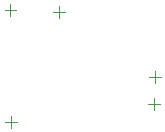
<source format=gbr>
G04*
G04 #@! TF.GenerationSoftware,Altium Limited,Altium Designer,23.3.1 (30)*
G04*
G04 Layer_Color=32896*
%FSLAX25Y25*%
%MOIN*%
G70*
G04*
G04 #@! TF.SameCoordinates,9E9A1B20-5B00-4279-B210-449FD35A5861*
G04*
G04*
G04 #@! TF.FilePolarity,Positive*
G04*
G01*
G75*
%ADD11C,0.00394*%
D11*
X232928Y190984D02*
Y194921D01*
X230960Y192952D02*
X234896D01*
X185357Y184857D02*
Y188794D01*
X183388Y186826D02*
X187325D01*
X201386Y221735D02*
Y225672D01*
X199418Y223703D02*
X203355D01*
X233381Y199978D02*
Y203915D01*
X231412Y201946D02*
X235349D01*
X185195Y222432D02*
Y226369D01*
X183226Y224400D02*
X187163D01*
M02*

</source>
